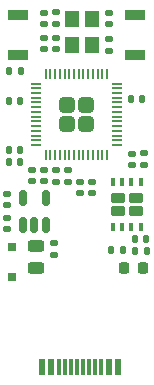
<source format=gbr>
%TF.GenerationSoftware,KiCad,Pcbnew,(7.0.0)*%
%TF.CreationDate,2023-03-31T13:35:02+02:00*%
%TF.ProjectId,rp-micro,72702d6d-6963-4726-9f2e-6b696361645f,1.2*%
%TF.SameCoordinates,Original*%
%TF.FileFunction,Paste,Top*%
%TF.FilePolarity,Positive*%
%FSLAX46Y46*%
G04 Gerber Fmt 4.6, Leading zero omitted, Abs format (unit mm)*
G04 Created by KiCad (PCBNEW (7.0.0)) date 2023-03-31 13:35:02*
%MOMM*%
%LPD*%
G01*
G04 APERTURE LIST*
G04 Aperture macros list*
%AMRoundRect*
0 Rectangle with rounded corners*
0 $1 Rounding radius*
0 $2 $3 $4 $5 $6 $7 $8 $9 X,Y pos of 4 corners*
0 Add a 4 corners polygon primitive as box body*
4,1,4,$2,$3,$4,$5,$6,$7,$8,$9,$2,$3,0*
0 Add four circle primitives for the rounded corners*
1,1,$1+$1,$2,$3*
1,1,$1+$1,$4,$5*
1,1,$1+$1,$6,$7*
1,1,$1+$1,$8,$9*
0 Add four rect primitives between the rounded corners*
20,1,$1+$1,$2,$3,$4,$5,0*
20,1,$1+$1,$4,$5,$6,$7,0*
20,1,$1+$1,$6,$7,$8,$9,0*
20,1,$1+$1,$8,$9,$2,$3,0*%
G04 Aperture macros list end*
%ADD10RoundRect,0.140000X-0.140000X-0.170000X0.140000X-0.170000X0.140000X0.170000X-0.140000X0.170000X0*%
%ADD11RoundRect,0.140000X0.140000X0.170000X-0.140000X0.170000X-0.140000X-0.170000X0.140000X-0.170000X0*%
%ADD12R,1.700000X0.900000*%
%ADD13RoundRect,0.140000X0.170000X-0.140000X0.170000X0.140000X-0.170000X0.140000X-0.170000X-0.140000X0*%
%ADD14RoundRect,0.140000X-0.170000X0.140000X-0.170000X-0.140000X0.170000X-0.140000X0.170000X0.140000X0*%
%ADD15R,0.650000X0.750000*%
%ADD16RoundRect,0.218750X0.218750X0.256250X-0.218750X0.256250X-0.218750X-0.256250X0.218750X-0.256250X0*%
%ADD17RoundRect,0.135000X-0.135000X-0.185000X0.135000X-0.185000X0.135000X0.185000X-0.135000X0.185000X0*%
%ADD18RoundRect,0.249999X0.395001X0.395001X-0.395001X0.395001X-0.395001X-0.395001X0.395001X-0.395001X0*%
%ADD19RoundRect,0.050000X0.387500X0.050000X-0.387500X0.050000X-0.387500X-0.050000X0.387500X-0.050000X0*%
%ADD20RoundRect,0.050000X0.050000X0.387500X-0.050000X0.387500X-0.050000X-0.387500X0.050000X-0.387500X0*%
%ADD21R,0.600000X1.450000*%
%ADD22R,0.300000X1.450000*%
%ADD23RoundRect,0.243750X0.456250X-0.243750X0.456250X0.243750X-0.456250X0.243750X-0.456250X-0.243750X0*%
%ADD24R,1.200000X1.400000*%
%ADD25RoundRect,0.135000X0.185000X-0.135000X0.185000X0.135000X-0.185000X0.135000X-0.185000X-0.135000X0*%
%ADD26RoundRect,0.135000X-0.185000X0.135000X-0.185000X-0.135000X0.185000X-0.135000X0.185000X0.135000X0*%
%ADD27RoundRect,0.150000X0.150000X-0.512500X0.150000X0.512500X-0.150000X0.512500X-0.150000X-0.512500X0*%
%ADD28RoundRect,0.222500X-0.382500X0.222500X-0.382500X-0.222500X0.382500X-0.222500X0.382500X0.222500X0*%
%ADD29R,0.400000X0.800000*%
G04 APERTURE END LIST*
D10*
%TO.C,C15*%
X30828779Y-66608386D03*
X31788779Y-66608386D03*
%TD*%
D11*
%TO.C,C8*%
X21120779Y-59115386D03*
X20160779Y-59115386D03*
%TD*%
D12*
%TO.C,SW1*%
X30800778Y-47636385D03*
X30800778Y-51036385D03*
%TD*%
D11*
%TO.C,C9*%
X21120779Y-54924386D03*
X20160779Y-54924386D03*
%TD*%
D13*
%TO.C,C14*%
X20005779Y-65818386D03*
X20005779Y-64858386D03*
%TD*%
D14*
%TO.C,C5*%
X27168579Y-61810386D03*
X27168579Y-62770386D03*
%TD*%
D11*
%TO.C,C12*%
X21120779Y-60131386D03*
X20160779Y-60131386D03*
%TD*%
D15*
%TO.C,D1*%
X20386778Y-67309999D03*
X20386778Y-69809999D03*
%TD*%
D16*
%TO.C,LD1*%
X31461279Y-69047693D03*
X29886279Y-69047693D03*
%TD*%
D13*
%TO.C,C4*%
X23104579Y-48427886D03*
X23104579Y-47467886D03*
%TD*%
D17*
%TO.C,R9*%
X30802779Y-67626386D03*
X31822779Y-67626386D03*
%TD*%
D18*
%TO.C,U1*%
X26647779Y-56867386D03*
X26647779Y-55267386D03*
X25047779Y-56867386D03*
X25047779Y-55267386D03*
D19*
X29285279Y-58667386D03*
X29285279Y-58267386D03*
X29285279Y-57867386D03*
X29285279Y-57467386D03*
X29285279Y-57067386D03*
X29285279Y-56667386D03*
X29285279Y-56267386D03*
X29285279Y-55867386D03*
X29285279Y-55467386D03*
X29285279Y-55067386D03*
X29285279Y-54667386D03*
X29285279Y-54267386D03*
X29285279Y-53867386D03*
X29285279Y-53467386D03*
D20*
X28447779Y-52629886D03*
X28047779Y-52629886D03*
X27647779Y-52629886D03*
X27247779Y-52629886D03*
X26847779Y-52629886D03*
X26447779Y-52629886D03*
X26047779Y-52629886D03*
X25647779Y-52629886D03*
X25247779Y-52629886D03*
X24847779Y-52629886D03*
X24447779Y-52629886D03*
X24047779Y-52629886D03*
X23647779Y-52629886D03*
X23247779Y-52629886D03*
D19*
X22410279Y-53467386D03*
X22410279Y-53867386D03*
X22410279Y-54267386D03*
X22410279Y-54667386D03*
X22410279Y-55067386D03*
X22410279Y-55467386D03*
X22410279Y-55867386D03*
X22410279Y-56267386D03*
X22410279Y-56667386D03*
X22410279Y-57067386D03*
X22410279Y-57467386D03*
X22410279Y-57867386D03*
X22410279Y-58267386D03*
X22410279Y-58667386D03*
D20*
X23247779Y-59504886D03*
X23647779Y-59504886D03*
X24047779Y-59504886D03*
X24447779Y-59504886D03*
X24847779Y-59504886D03*
X25247779Y-59504886D03*
X25647779Y-59504886D03*
X26047779Y-59504886D03*
X26447779Y-59504886D03*
X26847779Y-59504886D03*
X27247779Y-59504886D03*
X27647779Y-59504886D03*
X28047779Y-59504886D03*
X28447779Y-59504886D03*
%TD*%
D21*
%TO.C,J1*%
X22911999Y-77488999D03*
X23711999Y-77488999D03*
D22*
X24911999Y-77488999D03*
X25911999Y-77488999D03*
X26411999Y-77488999D03*
X27411999Y-77488999D03*
D21*
X28611999Y-77488999D03*
X29411999Y-77488999D03*
X29411999Y-77488999D03*
X28611999Y-77488999D03*
D22*
X27911999Y-77488999D03*
X26911999Y-77488999D03*
X25411999Y-77488999D03*
X24411999Y-77488999D03*
D21*
X23711999Y-77488999D03*
X22911999Y-77488999D03*
%TD*%
D23*
%TO.C,F1*%
X22418779Y-69088000D03*
X22418779Y-67213000D03*
%TD*%
D14*
%TO.C,C7*%
X23104579Y-60794386D03*
X23104579Y-61754386D03*
%TD*%
D24*
%TO.C,Y1*%
X25505778Y-47990885D03*
X25505778Y-50190885D03*
X27205778Y-50190885D03*
X27205778Y-47990885D03*
%TD*%
D17*
%TO.C,R8*%
X20130779Y-52384386D03*
X21150779Y-52384386D03*
%TD*%
D25*
%TO.C,R1*%
X25136579Y-61784386D03*
X25136579Y-60764386D03*
%TD*%
D14*
%TO.C,C11*%
X30546779Y-59397386D03*
X30546779Y-60357386D03*
%TD*%
D12*
%TO.C,SW2*%
X20894778Y-47636385D03*
X20894778Y-51036385D03*
%TD*%
D26*
%TO.C,R5*%
X31562779Y-59367386D03*
X31562779Y-60387386D03*
%TD*%
D25*
%TO.C,R6*%
X23942779Y-68007386D03*
X23942779Y-66987386D03*
%TD*%
D26*
%TO.C,R4*%
X28590979Y-49689986D03*
X28590979Y-50709986D03*
%TD*%
D27*
%TO.C,U3*%
X21341779Y-65459886D03*
X22291779Y-65459886D03*
X23241779Y-65459886D03*
X23241779Y-63184886D03*
X21341779Y-63184886D03*
%TD*%
D13*
%TO.C,C1*%
X23104579Y-50578386D03*
X23104579Y-49618386D03*
%TD*%
D26*
%TO.C,R3*%
X24120579Y-47437886D03*
X24120579Y-48457886D03*
%TD*%
D25*
%TO.C,R2*%
X24120579Y-61784386D03*
X24120579Y-60764386D03*
%TD*%
D14*
%TO.C,C10*%
X26152579Y-61810386D03*
X26152579Y-62770386D03*
%TD*%
D10*
%TO.C,C2*%
X30447779Y-54797386D03*
X31407779Y-54797386D03*
%TD*%
D28*
%TO.C,U2*%
X30864979Y-63137386D03*
X29364979Y-63137386D03*
X30864979Y-64237386D03*
X29364979Y-64237386D03*
D29*
X31314978Y-61787385D03*
X30514978Y-61787385D03*
X29714978Y-61787385D03*
X28914978Y-61787385D03*
X28914978Y-65587385D03*
X29714978Y-65587385D03*
X30514978Y-65587385D03*
X31314978Y-65587385D03*
%TD*%
D14*
%TO.C,C3*%
X28590979Y-47459386D03*
X28590979Y-48419386D03*
%TD*%
D13*
%TO.C,C6*%
X24120579Y-50578386D03*
X24120579Y-49618386D03*
%TD*%
D14*
%TO.C,C13*%
X22088579Y-60794386D03*
X22088579Y-61754386D03*
%TD*%
D13*
%TO.C,C16*%
X20005779Y-63786386D03*
X20005779Y-62826386D03*
%TD*%
D17*
%TO.C,R7*%
X28766779Y-67523693D03*
X29786779Y-67523693D03*
%TD*%
M02*

</source>
